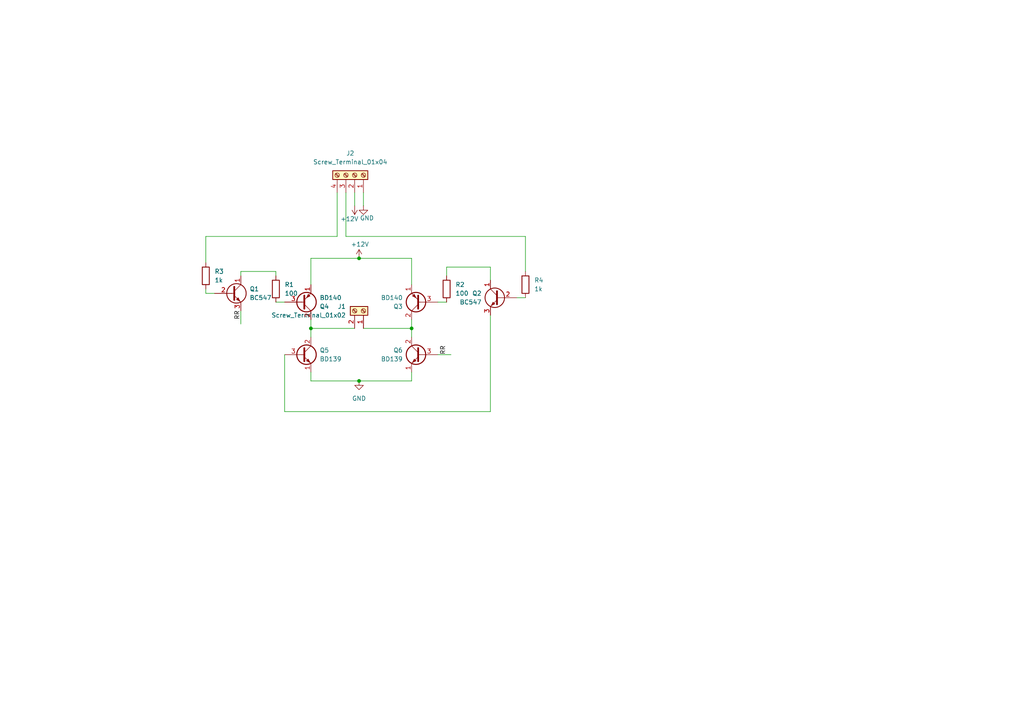
<source format=kicad_sch>
(kicad_sch (version 20231120) (generator "eeschema") (generator_version "8.0")
  (paper "A4")
  (lib_symbols
    (symbol "Connector:Screw_Terminal_01x02" (pin_names (offset 1.016) hide)
      (property "Reference" "J" (at 0 2.54 0))
      (property "Value" "Screw_Terminal_01x02" (at 0 -5.08 0))
      (symbol "Screw_Terminal_01x02_1_1"
        (rectangle (start -1.27 1.27) (end 1.27 -3.81) (stroke (width 0.254)) (fill (type background)))
        (circle (center 0 -2.54) (radius 0.635) (stroke (width 0.1524)))
        (polyline (pts (xy -0.5334 -2.2098) (xy 0.3302 -3.048)) (stroke (width 0.1524)))
        (polyline (pts (xy -0.5334 0.3302) (xy 0.3302 -0.508)) (stroke (width 0.1524)))
        (polyline (pts (xy -0.3556 -2.032) (xy 0.508 -2.8702)) (stroke (width 0.1524)))
        (polyline (pts (xy -0.3556 0.508) (xy 0.508 -0.3302)) (stroke (width 0.1524)))
        (circle (center 0 0) (radius 0.635) (stroke (width 0.1524)))
        (pin passive line (at -5.08 0 0) (length 3.81) (name "Pin_1") (number "1"))
        (pin passive line (at -5.08 -2.54 0) (length 3.81) (name "Pin_2") (number "2"))
      )
    )
    (symbol "Connector:Screw_Terminal_01x04" (pin_names (offset 1.016) hide)
      (property "Reference" "J" (at 0 5.08 0))
      (property "Value" "Screw_Terminal_01x04" (at 0 -7.62 0))
      (symbol "Screw_Terminal_01x04_1_1"
        (rectangle (start -1.27 3.81) (end 1.27 -6.35) (stroke (width 0.254)) (fill (type background)))
        (circle (center 0 -5.08) (radius 0.635) (stroke (width 0.1524)))
        (circle (center 0 -2.54) (radius 0.635) (stroke (width 0.1524)))
        (polyline (pts (xy -0.5334 -4.7498) (xy 0.3302 -5.588)) (stroke (width 0.1524)))
        (polyline (pts (xy -0.5334 -2.2098) (xy 0.3302 -3.048)) (stroke (width 0.1524)))
        (polyline (pts (xy -0.5334 0.3302) (xy 0.3302 -0.508)) (stroke (width 0.1524)))
        (polyline (pts (xy -0.5334 2.8702) (xy 0.3302 2.032)) (stroke (width 0.1524)))
        (polyline (pts (xy -0.3556 -4.572) (xy 0.508 -5.4102)) (stroke (width 0.1524)))
        (polyline (pts (xy -0.3556 -2.032) (xy 0.508 -2.8702)) (stroke (width 0.1524)))
        (polyline (pts (xy -0.3556 0.508) (xy 0.508 -0.3302)) (stroke (width 0.1524)))
        (polyline (pts (xy -0.3556 3.048) (xy 0.508 2.2098)) (stroke (width 0.1524)))
        (circle (center 0 0) (radius 0.635) (stroke (width 0.1524)))
        (circle (center 0 2.54) (radius 0.635) (stroke (width 0.1524)))
        (pin passive line (at -5.08 2.54 0) (length 3.81) (name "Pin_1") (number "1"))
        (pin passive line (at -5.08 0 0) (length 3.81) (name "Pin_2") (number "2"))
        (pin passive line (at -5.08 -2.54 0) (length 3.81) (name "Pin_3") (number "3"))
        (pin passive line (at -5.08 -5.08 0) (length 3.81) (name "Pin_4") (number "4"))
      )
    )
    (symbol "Device:R" (pin_numbers hide) (pin_names (offset 0))
      (property "Reference" "R" (at 2.032 0 90))
      (property "Value" "R" (at 0 0 90))
      (symbol "R_0_1"
        (rectangle (start -1.016 -2.54) (end 1.016 2.54) (stroke (width 0.254)))
      )
      (symbol "R_1_1"
        (pin passive line (at 0 3.81 270) (length 1.27) (name "~") (number "1"))
        (pin passive line (at 0 -3.81 90) (length 1.27) (name "~") (number "2"))
      )
    )
    (symbol "Transistor_BJT:BC547" (pin_names (offset 0) hide)
      (property "Reference" "Q" (at 5.08 1.905 0))
      (property "Value" "BC547" (at 5.08 0 0))
      (symbol "BC547_0_1"
        (polyline (pts (xy 0 0) (xy 0.635 0)))
        (polyline (pts (xy 0.635 0.635) (xy 2.54 2.54)))
        (polyline (pts (xy 0.635 -0.635) (xy 2.54 -2.54) (xy 2.54 -2.54)))
        (polyline (pts (xy 0.635 1.905) (xy 0.635 -1.905) (xy 0.635 -1.905)) (stroke (width 0.508)))
        (polyline (pts (xy 1.27 -1.778) (xy 1.778 -1.27) (xy 2.286 -2.286) (xy 1.27 -1.778) (xy 1.27 -1.778)) (fill (type outline)))
        (circle (center 1.27 0) (radius 2.8194) (stroke (width 0.254)))
      )
      (symbol "BC547_1_1"
        (pin passive line (at 2.54 5.08 270) (length 2.54) (name "C") (number "1"))
        (pin input line (at -5.08 0 0) (length 5.08) (name "B") (number "2"))
        (pin passive line (at 2.54 -5.08 90) (length 2.54) (name "E") (number "3"))
      )
    )
    (symbol "Transistor_BJT:BD139" (pin_names (offset 0) hide)
      (property "Reference" "Q" (at 5.08 1.905 0))
      (property "Value" "BD139" (at 5.08 0 0))
      (symbol "BD139_0_1"
        (polyline (pts (xy 0 0) (xy 0.635 0)))
        (polyline (pts (xy 2.54 -2.54) (xy 0.635 -0.635)))
        (polyline (pts (xy 2.54 2.54) (xy 0.635 0.635)))
        (polyline (pts (xy 0.635 1.905) (xy 0.635 -1.905) (xy 0.635 -1.905)) (stroke (width 0.508)) (fill (type outline)))
        (polyline (pts (xy 1.2446 -1.778) (xy 1.7526 -1.27) (xy 2.286 -2.286) (xy 1.2446 -1.778) (xy 1.2446 -1.778)) (fill (type outline)))
        (circle (center 1.27 0) (radius 2.8194) (stroke (width 0.3048)))
      )
      (symbol "BD139_1_1"
        (pin passive line (at 2.54 -5.08 90) (length 2.54) (name "E") (number "1"))
        (pin passive line (at 2.54 5.08 270) (length 2.54) (name "C") (number "2"))
        (pin input line (at -5.08 0 0) (length 5.08) (name "B") (number "3"))
      )
    )
    (symbol "Transistor_BJT:BD140" (pin_names (offset 0) hide)
      (property "Reference" "Q" (at 5.08 1.905 0))
      (property "Value" "BD140" (at 5.08 0 0))
      (symbol "BD140_0_1"
        (polyline (pts (xy 0 0) (xy 0.635 0)))
        (polyline (pts (xy 2.54 -2.54) (xy 0.635 -0.635)))
        (polyline (pts (xy 2.54 2.54) (xy 0.635 0.635)))
        (polyline (pts (xy 0.635 1.905) (xy 0.635 -1.905) (xy 0.635 -1.905)) (stroke (width 0.508)) (fill (type outline)))
        (polyline (pts (xy 1.778 -2.286) (xy 2.286 -1.778) (xy 1.27 -1.27) (xy 1.778 -2.286) (xy 1.778 -2.286)) (fill (type outline)))
        (circle (center 1.27 0) (radius 2.8194) (stroke (width 0.3048)))
      )
      (symbol "BD140_1_1"
        (pin passive line (at 2.54 -5.08 90) (length 2.54) (name "E") (number "1"))
        (pin passive line (at 2.54 5.08 270) (length 2.54) (name "C") (number "2"))
        (pin input line (at -5.08 0 0) (length 5.08) (name "B") (number "3"))
      )
    )
    (symbol "power:+12V" (power) (pin_numbers hide) (pin_names (offset 0) hide)
      (property "Value" "+12V" (at 0 3.556 0))
      (symbol "+12V_0_1"
        (polyline (pts (xy -0.762 1.27) (xy 0 2.54)))
        (polyline (pts (xy 0 0) (xy 0 2.54)))
        (polyline (pts (xy 0 2.54) (xy 0.762 1.27)))
      )
      (symbol "+12V_1_1"
        (pin power_in line (at 0 0 90) (length 0) (name "~") (number "1"))
      )
    )
    (symbol "power:GND" (power) (pin_numbers hide) (pin_names (offset 0) hide)
      (property "Value" "GND" (at 0 -3.81 0))
      (symbol "GND_0_1"
        (polyline (pts (xy 0 0) (xy 0 -1.27) (xy 1.27 -1.27) (xy 0 -2.54) (xy -1.27 -1.27) (xy 0 -1.27)))
      )
      (symbol "GND_1_1"
        (pin power_in line (at 0 0 270) (length 0) (name "~") (number "1"))
      )
    )
  )
  (junction (at 104.14 110.49))
  (junction (at 90.17 95.25))
  (junction (at 104.14 74.93))
  (junction (at 119.38 95.25))
  (wire (pts (xy 97.79 55.88) (xy 97.79 68.58)))
  (wire (pts (xy 149.86 86.36) (xy 152.4 86.36)))
  (wire (pts (xy 69.85 90.17) (xy 69.85 93.98)))
  (wire (pts (xy 119.38 92.71) (xy 119.38 95.25)))
  (wire (pts (xy 80.01 80.01) (xy 80.01 78.74)))
  (wire (pts (xy 152.4 78.74) (xy 152.4 68.58)))
  (wire (pts (xy 142.24 77.47) (xy 129.54 77.47)))
  (wire (pts (xy 82.55 119.38) (xy 82.55 102.87)))
  (wire (pts (xy 119.38 95.25) (xy 119.38 97.79)))
  (wire (pts (xy 119.38 110.49) (xy 104.14 110.49)))
  (wire (pts (xy 59.69 76.2) (xy 59.69 68.58)))
  (wire (pts (xy 119.38 74.93) (xy 104.14 74.93)))
  (wire (pts (xy 100.33 55.88) (xy 100.33 68.58)))
  (wire (pts (xy 59.69 85.09) (xy 62.23 85.09)))
  (wire (pts (xy 119.38 82.55) (xy 119.38 74.93)))
  (wire (pts (xy 142.24 119.38) (xy 82.55 119.38)))
  (wire (pts (xy 90.17 95.25) (xy 102.87 95.25)))
  (wire (pts (xy 119.38 107.95) (xy 119.38 110.49)))
  (wire (pts (xy 127 102.87) (xy 130.81 102.87)))
  (wire (pts (xy 59.69 83.82) (xy 59.69 85.09)))
  (wire (pts (xy 152.4 68.58) (xy 100.33 68.58)))
  (wire (pts (xy 127 87.63) (xy 129.54 87.63)))
  (wire (pts (xy 90.17 95.25) (xy 90.17 97.79)))
  (wire (pts (xy 105.41 55.88) (xy 105.41 59.69)))
  (wire (pts (xy 102.87 55.88) (xy 102.87 59.69)))
  (wire (pts (xy 104.14 74.93) (xy 90.17 74.93)))
  (wire (pts (xy 69.85 78.74) (xy 69.85 80.01)))
  (wire (pts (xy 80.01 87.63) (xy 82.55 87.63)))
  (wire (pts (xy 80.01 78.74) (xy 69.85 78.74)))
  (wire (pts (xy 90.17 110.49) (xy 90.17 107.95)))
  (wire (pts (xy 59.69 68.58) (xy 97.79 68.58)))
  (wire (pts (xy 142.24 81.28) (xy 142.24 77.47)))
  (wire (pts (xy 90.17 92.71) (xy 90.17 95.25)))
  (wire (pts (xy 90.17 74.93) (xy 90.17 82.55)))
  (wire (pts (xy 105.41 95.25) (xy 119.38 95.25)))
  (wire (pts (xy 104.14 110.49) (xy 90.17 110.49)))
  (wire (pts (xy 142.24 91.44) (xy 142.24 119.38)))
  (wire (pts (xy 129.54 77.47) (xy 129.54 80.01)))
  (label "RR" (at 129.54 102.87 90))
  (label "RR" (at 69.85 92.71 90))
  (symbol (lib_id "Connector:Screw_Terminal_01x02") (at 105.41 90.17 270) (mirror x) (unit 1)
    (property "Reference" "J1" (at 100.33 88.8999 90) (effects (justify right)))
    (property "Value" "Screw_Terminal_01x02" (at 100.33 91.4399 90) (effects (justify right)))
    (property "Footprint" "TerminalBlock_Phoenix:TerminalBlock_Phoenix_MKDS-1,5-2-5.08_1x02_P5.08mm_Horizontal" (effects (hide yes)))
    (property "Description" "Generic screw terminal, single row, 01x02, script generated (kicad-library-utils/schlib/autogen/connector/)" (effects (hide yes)))
  )
  (symbol (lib_id "power:GND") (at 105.41 59.69 0) (unit 1)
    (property "Reference" "#PWR04" (effects (hide yes)))
    (property "Value" "GND" (at 106.426 63.246 0))
    (property "Description" "Power symbol creates a global label with name \"GND\" , ground" (effects (hide yes)))
  )
  (symbol (lib_id "power:+12V") (at 104.14 74.93 0) (unit 1)
    (property "Reference" "#PWR02" (effects (hide yes)))
    (property "Value" "+12V" (at 104.394 70.866 0))
    (property "Description" "Power symbol creates a global label with name \"+12V\"" (effects (hide yes)))
  )
  (symbol (lib_id "Device:R") (at 80.01 83.82 0) (unit 1)
    (property "Reference" "R1" (at 82.55 82.5499 0) (effects (justify left)))
    (property "Value" "100" (at 82.55 85.0899 0) (effects (justify left)))
    (property "Footprint" "Resistor_THT:R_Axial_DIN0204_L3.6mm_D1.6mm_P7.62mm_Horizontal" (effects (hide yes)))
    (property "Description" "Resistor" (effects (hide yes)))
  )
  (symbol (lib_id "Device:R") (at 129.54 83.82 0) (unit 1)
    (property "Reference" "R2" (at 132.08 82.5499 0) (effects (justify left)))
    (property "Value" "100" (at 132.08 85.0899 0) (effects (justify left)))
    (property "Footprint" "Resistor_THT:R_Axial_DIN0204_L3.6mm_D1.6mm_P7.62mm_Horizontal" (effects (hide yes)))
    (property "Description" "Resistor" (effects (hide yes)))
  )
  (symbol (lib_id "Transistor_BJT:BD139") (at 87.63 102.87 0) (unit 1)
    (property "Reference" "Q5" (at 92.71 101.5999 0) (effects (justify left)))
    (property "Value" "BD139" (at 92.71 104.1399 0) (effects (justify left)))
    (property "Footprint" "Package_TO_SOT_THT:TO-126-3_Vertical" (effects (hide yes)))
    (property "Datasheet" "http://www.st.com/internet/com/TECHNICAL_RESOURCES/TECHNICAL_LITERATURE/DATASHEET/CD00001225.pdf" (effects (hide yes)))
    (property "Description" "1.5A Ic, 80V Vce, Low Voltage Transistor, TO-126" (effects (hide yes)))
  )
  (symbol (lib_id "Transistor_BJT:BD140") (at 121.92 87.63 180) (unit 1)
    (property "Reference" "Q3" (at 116.84 88.9001 0) (effects (justify left)))
    (property "Value" "BD140" (at 116.84 86.3601 0) (effects (justify left)))
    (property "Footprint" "Package_TO_SOT_THT:TO-126-3_Vertical" (effects (hide yes)))
    (property "Datasheet" "http://www.st.com/internet/com/TECHNICAL_RESOURCES/TECHNICAL_LITERATURE/DATASHEET/CD00001225.pdf" (effects (hide yes)))
    (property "Description" "1.5A Ic, 80V Vce, Low Voltage Transistor, TO-126" (effects (hide yes)))
  )
  (symbol (lib_id "power:GND") (at 104.14 110.49 0) (unit 1)
    (property "Reference" "#PWR01" (effects (hide yes)))
    (property "Value" "GND" (at 104.14 115.57 0))
    (property "Description" "Power symbol creates a global label with name \"GND\" , ground" (effects (hide yes)))
  )
  (symbol (lib_id "Transistor_BJT:BC547") (at 67.31 85.09 0) (unit 1)
    (property "Reference" "Q1" (at 72.39 83.8199 0) (effects (justify left)))
    (property "Value" "BC547" (at 72.39 86.3599 0) (effects (justify left)))
    (property "Footprint" "Package_TO_SOT_THT:TO-92_Inline" (effects (hide yes)))
    (property "Datasheet" "https://www.onsemi.com/pub/Collateral/BC550-D.pdf" (effects (hide yes)))
    (property "Description" "0.1A Ic, 45V Vce, Small Signal NPN Transistor, TO-92" (effects (hide yes)))
  )
  (symbol (lib_id "Transistor_BJT:BD140") (at 87.63 87.63 0) (mirror x) (unit 1)
    (property "Reference" "Q4" (at 92.71 88.9001 0) (effects (justify left)))
    (property "Value" "BD140" (at 92.71 86.3601 0) (effects (justify left)))
    (property "Footprint" "Package_TO_SOT_THT:TO-126-3_Vertical" (effects (hide yes)))
    (property "Datasheet" "http://www.st.com/internet/com/TECHNICAL_RESOURCES/TECHNICAL_LITERATURE/DATASHEET/CD00001225.pdf" (effects (hide yes)))
    (property "Description" "1.5A Ic, 80V Vce, Low Voltage Transistor, TO-126" (effects (hide yes)))
  )
  (symbol (lib_id "Connector:Screw_Terminal_01x04") (at 102.87 50.8 270) (mirror x) (unit 1)
    (property "Reference" "J2" (at 101.6 44.45 90))
    (property "Value" "Screw_Terminal_01x04" (at 101.6 46.99 90))
    (property "Footprint" "TerminalBlock_Phoenix:TerminalBlock_Phoenix_MKDS-1,5-4-5.08_1x04_P5.08mm_Horizontal" (effects (hide yes)))
    (property "Description" "Generic screw terminal, single row, 01x04, script generated (kicad-library-utils/schlib/autogen/connector/)" (effects (hide yes)))
  )
  (symbol (lib_id "power:+12V") (at 102.87 59.69 180) (unit 1)
    (property "Reference" "#PWR03" (effects (hide yes)))
    (property "Value" "+12V" (at 101.346 63.5 0))
    (property "Description" "Power symbol creates a global label with name \"+12V\"" (effects (hide yes)))
  )
  (symbol (lib_id "Device:R") (at 59.69 80.01 0) (unit 1)
    (property "Reference" "R3" (at 62.23 78.7399 0) (effects (justify left)))
    (property "Value" "1k" (at 62.23 81.2799 0) (effects (justify left)))
    (property "Footprint" "Resistor_THT:R_Axial_DIN0204_L3.6mm_D1.6mm_P7.62mm_Horizontal" (effects (hide yes)))
    (property "Description" "Resistor" (effects (hide yes)))
  )
  (symbol (lib_id "Device:R") (at 152.4 82.55 0) (unit 1)
    (property "Reference" "R4" (at 154.94 81.2799 0) (effects (justify left)))
    (property "Value" "1k" (at 154.94 83.8199 0) (effects (justify left)))
    (property "Footprint" "Resistor_THT:R_Axial_DIN0204_L3.6mm_D1.6mm_P7.62mm_Horizontal" (effects (hide yes)))
    (property "Description" "Resistor" (effects (hide yes)))
  )
  (symbol (lib_id "Transistor_BJT:BC547") (at 144.78 86.36 0) (mirror y) (unit 1)
    (property "Reference" "Q2" (at 139.7 85.0899 0) (effects (justify left)))
    (property "Value" "BC547" (at 139.7 87.6299 0) (effects (justify left)))
    (property "Footprint" "Package_TO_SOT_THT:TO-92_Inline" (effects (hide yes)))
    (property "Datasheet" "https://www.onsemi.com/pub/Collateral/BC550-D.pdf" (effects (hide yes)))
    (property "Description" "0.1A Ic, 45V Vce, Small Signal NPN Transistor, TO-92" (effects (hide yes)))
  )
  (symbol (lib_id "Transistor_BJT:BD139") (at 121.92 102.87 0) (mirror y) (unit 1)
    (property "Reference" "Q6" (at 116.84 101.5999 0) (effects (justify left)))
    (property "Value" "BD139" (at 116.84 104.1399 0) (effects (justify left)))
    (property "Footprint" "Package_TO_SOT_THT:TO-126-3_Vertical" (effects (hide yes)))
    (property "Datasheet" "http://www.st.com/internet/com/TECHNICAL_RESOURCES/TECHNICAL_LITERATURE/DATASHEET/CD00001225.pdf" (effects (hide yes)))
    (property "Description" "1.5A Ic, 80V Vce, Low Voltage Transistor, TO-126" (effects (hide yes)))
  )
)
</source>
